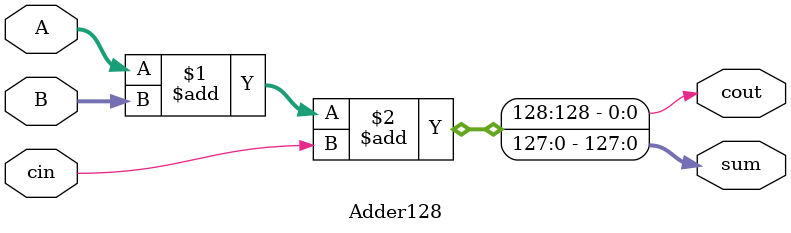
<source format=v>
module Adder128 (A, B, cin, sum, cout);
input [127:0] A, B;
input cin;
output [127:0] sum;
output cout;
assign {cout, sum} = A + B + cin;
endmodule

</source>
